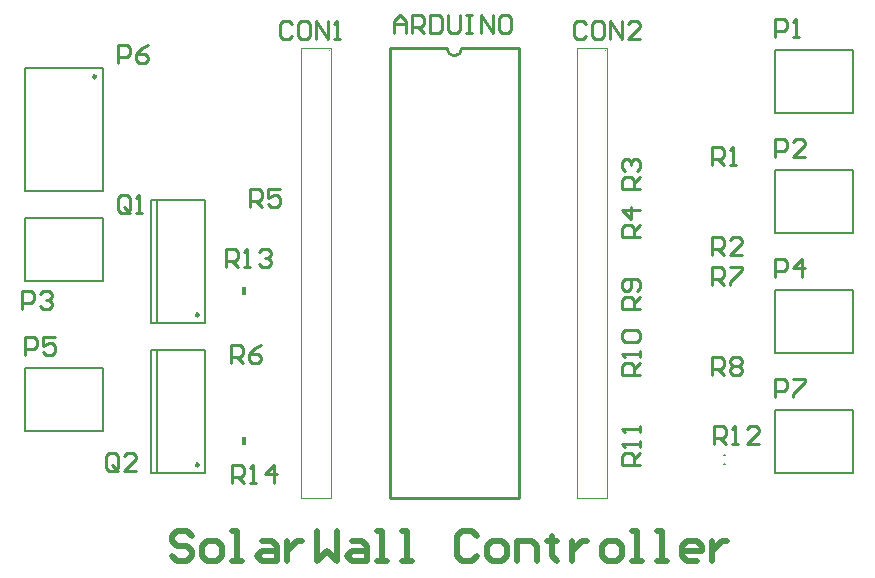
<source format=gto>
G04 Layer_Color=15132400*
%FSLAX25Y25*%
%MOIN*%
G70*
G01*
G75*
%ADD16C,0.02000*%
%ADD28C,0.00984*%
%ADD29C,0.00394*%
%ADD30C,0.01000*%
%ADD31C,0.00787*%
%ADD32R,0.01800X0.03000*%
D16*
X212665Y218331D02*
X210998Y219997D01*
X207666D01*
X206000Y218331D01*
Y216665D01*
X207666Y214998D01*
X210998D01*
X212665Y213332D01*
Y211666D01*
X210998Y210000D01*
X207666D01*
X206000Y211666D01*
X217663Y210000D02*
X220995D01*
X222661Y211666D01*
Y214998D01*
X220995Y216665D01*
X217663D01*
X215997Y214998D01*
Y211666D01*
X217663Y210000D01*
X225993D02*
X229326D01*
X227660D01*
Y219997D01*
X225993D01*
X235990Y216665D02*
X239323D01*
X240989Y214998D01*
Y210000D01*
X235990D01*
X234324Y211666D01*
X235990Y213332D01*
X240989D01*
X244321Y216665D02*
Y210000D01*
Y213332D01*
X245987Y214998D01*
X247653Y216665D01*
X249319D01*
X254318Y219997D02*
Y210000D01*
X257650Y213332D01*
X260982Y210000D01*
Y219997D01*
X265981Y216665D02*
X269313D01*
X270979Y214998D01*
Y210000D01*
X265981D01*
X264315Y211666D01*
X265981Y213332D01*
X270979D01*
X274311Y210000D02*
X277643D01*
X275977D01*
Y219997D01*
X274311D01*
X282642Y210000D02*
X285974D01*
X284308D01*
Y219997D01*
X282642D01*
X307634Y218331D02*
X305968Y219997D01*
X302635D01*
X300969Y218331D01*
Y211666D01*
X302635Y210000D01*
X305968D01*
X307634Y211666D01*
X312632Y210000D02*
X315965D01*
X317631Y211666D01*
Y214998D01*
X315965Y216665D01*
X312632D01*
X310966Y214998D01*
Y211666D01*
X312632Y210000D01*
X320963D02*
Y216665D01*
X325961D01*
X327627Y214998D01*
Y210000D01*
X332626Y218331D02*
Y216665D01*
X330960D01*
X334292D01*
X332626D01*
Y211666D01*
X334292Y210000D01*
X339290Y216665D02*
Y210000D01*
Y213332D01*
X340956Y214998D01*
X342622Y216665D01*
X344289D01*
X350953Y210000D02*
X354285D01*
X355951Y211666D01*
Y214998D01*
X354285Y216665D01*
X350953D01*
X349287Y214998D01*
Y211666D01*
X350953Y210000D01*
X359284D02*
X362616D01*
X360950D01*
Y219997D01*
X359284D01*
X367614Y210000D02*
X370947D01*
X369281D01*
Y219997D01*
X367614D01*
X380943Y210000D02*
X377611D01*
X375945Y211666D01*
Y214998D01*
X377611Y216665D01*
X380943D01*
X382610Y214998D01*
Y213332D01*
X375945D01*
X385942Y216665D02*
Y210000D01*
Y213332D01*
X387608Y214998D01*
X389274Y216665D01*
X390940D01*
D28*
X180492Y371500D02*
G03*
X180492Y371500I-492J0D01*
G01*
X214823Y292087D02*
G03*
X214823Y292087I-492J0D01*
G01*
Y242087D02*
G03*
X214823Y242087I-492J0D01*
G01*
D29*
X258497Y380300D02*
G03*
X258497Y380300I-197J0D01*
G01*
X350497D02*
G03*
X350497Y380300I-197J0D01*
G01*
X249000Y381000D02*
X259000D01*
Y231000D02*
Y381000D01*
X249000Y231000D02*
X259000D01*
X249000D02*
Y381000D01*
X341000D02*
X351000D01*
Y231000D02*
Y381000D01*
X341000Y231000D02*
X351000D01*
X341000D02*
Y381000D01*
D30*
X297500D02*
G03*
X302500Y381000I2500J0D01*
G01*
X278500Y231000D02*
Y381000D01*
Y231000D02*
X321500D01*
Y381000D01*
X302500D02*
X321500D01*
X278500D02*
X297500D01*
X156000Y294000D02*
Y299998D01*
X158999D01*
X159999Y298998D01*
Y296999D01*
X158999Y295999D01*
X156000D01*
X161998Y298998D02*
X162998Y299998D01*
X164997D01*
X165997Y298998D01*
Y297999D01*
X164997Y296999D01*
X163997D01*
X164997D01*
X165997Y295999D01*
Y295000D01*
X164997Y294000D01*
X162998D01*
X161998Y295000D01*
X188000Y376000D02*
Y381998D01*
X190999D01*
X191999Y380998D01*
Y378999D01*
X190999Y377999D01*
X188000D01*
X197997Y381998D02*
X195997Y380998D01*
X193998Y378999D01*
Y377000D01*
X194998Y376000D01*
X196997D01*
X197997Y377000D01*
Y377999D01*
X196997Y378999D01*
X193998D01*
X386000Y302000D02*
Y307998D01*
X388999D01*
X389999Y306998D01*
Y304999D01*
X388999Y303999D01*
X386000D01*
X387999D02*
X389999Y302000D01*
X391998Y307998D02*
X395997D01*
Y306998D01*
X391998Y303000D01*
Y302000D01*
X362000Y242000D02*
X356002D01*
Y244999D01*
X357002Y245999D01*
X359001D01*
X360001Y244999D01*
Y242000D01*
Y243999D02*
X362000Y245999D01*
Y247998D02*
Y249997D01*
Y248998D01*
X356002D01*
X357002Y247998D01*
X362000Y252996D02*
Y254996D01*
Y253996D01*
X356002D01*
X357002Y252996D01*
X191999Y327000D02*
Y330998D01*
X190999Y331998D01*
X189000D01*
X188000Y330998D01*
Y327000D01*
X189000Y326000D01*
X190999D01*
X189999Y327999D02*
X191999Y326000D01*
X190999D02*
X191999Y327000D01*
X193998Y326000D02*
X195997D01*
X194998D01*
Y331998D01*
X193998Y330998D01*
X226000Y236000D02*
Y241998D01*
X228999D01*
X229999Y240998D01*
Y238999D01*
X228999Y237999D01*
X226000D01*
X227999D02*
X229999Y236000D01*
X231998D02*
X233997D01*
X232998D01*
Y241998D01*
X231998Y240998D01*
X239996Y236000D02*
Y241998D01*
X236996Y238999D01*
X240995D01*
X224000Y308000D02*
Y313998D01*
X226999D01*
X227999Y312998D01*
Y310999D01*
X226999Y309999D01*
X224000D01*
X225999D02*
X227999Y308000D01*
X229998D02*
X231997D01*
X230998D01*
Y313998D01*
X229998Y312998D01*
X234996D02*
X235996Y313998D01*
X237996D01*
X238995Y312998D01*
Y311999D01*
X237996Y310999D01*
X236996D01*
X237996D01*
X238995Y309999D01*
Y309000D01*
X237996Y308000D01*
X235996D01*
X234996Y309000D01*
X232000Y328000D02*
Y333998D01*
X234999D01*
X235999Y332998D01*
Y330999D01*
X234999Y329999D01*
X232000D01*
X233999D02*
X235999Y328000D01*
X241997Y333998D02*
X237998D01*
Y330999D01*
X239997Y331999D01*
X240997D01*
X241997Y330999D01*
Y329000D01*
X240997Y328000D01*
X238998D01*
X237998Y329000D01*
X343999Y388998D02*
X342999Y389998D01*
X341000D01*
X340000Y388998D01*
Y385000D01*
X341000Y384000D01*
X342999D01*
X343999Y385000D01*
X348997Y389998D02*
X346998D01*
X345998Y388998D01*
Y385000D01*
X346998Y384000D01*
X348997D01*
X349997Y385000D01*
Y388998D01*
X348997Y389998D01*
X351996Y384000D02*
Y389998D01*
X355995Y384000D01*
Y389998D01*
X361993Y384000D02*
X357994D01*
X361993Y387999D01*
Y388998D01*
X360993Y389998D01*
X358994D01*
X357994Y388998D01*
X245999D02*
X244999Y389998D01*
X243000D01*
X242000Y388998D01*
Y385000D01*
X243000Y384000D01*
X244999D01*
X245999Y385000D01*
X250997Y389998D02*
X248998D01*
X247998Y388998D01*
Y385000D01*
X248998Y384000D01*
X250997D01*
X251997Y385000D01*
Y388998D01*
X250997Y389998D01*
X253996Y384000D02*
Y389998D01*
X257995Y384000D01*
Y389998D01*
X259994Y384000D02*
X261994D01*
X260994D01*
Y389998D01*
X259994Y388998D01*
X280000Y386000D02*
Y389999D01*
X281999Y391998D01*
X283999Y389999D01*
Y386000D01*
Y388999D01*
X280000D01*
X285998Y386000D02*
Y391998D01*
X288997D01*
X289997Y390998D01*
Y388999D01*
X288997Y387999D01*
X285998D01*
X287997D02*
X289997Y386000D01*
X291996Y391998D02*
Y386000D01*
X294995D01*
X295995Y387000D01*
Y390998D01*
X294995Y391998D01*
X291996D01*
X297994D02*
Y387000D01*
X298994Y386000D01*
X300993D01*
X301993Y387000D01*
Y391998D01*
X303992D02*
X305992D01*
X304992D01*
Y386000D01*
X303992D01*
X305992D01*
X308991D02*
Y391998D01*
X312989Y386000D01*
Y391998D01*
X317988D02*
X315988D01*
X314989Y390998D01*
Y387000D01*
X315988Y386000D01*
X317988D01*
X318987Y387000D01*
Y390998D01*
X317988Y391998D01*
X406900Y384600D02*
Y390598D01*
X409899D01*
X410899Y389598D01*
Y387599D01*
X409899Y386599D01*
X406900D01*
X412898Y384600D02*
X414897D01*
X413898D01*
Y390598D01*
X412898Y389598D01*
X406900Y344600D02*
Y350598D01*
X409899D01*
X410899Y349598D01*
Y347599D01*
X409899Y346599D01*
X406900D01*
X416897Y344600D02*
X412898D01*
X416897Y348599D01*
Y349598D01*
X415897Y350598D01*
X413898D01*
X412898Y349598D01*
X406900Y304600D02*
Y310598D01*
X409899D01*
X410899Y309598D01*
Y307599D01*
X409899Y306599D01*
X406900D01*
X415897Y304600D02*
Y310598D01*
X412898Y307599D01*
X416897D01*
X156900Y278600D02*
Y284598D01*
X159899D01*
X160899Y283598D01*
Y281599D01*
X159899Y280599D01*
X156900D01*
X166897Y284598D02*
X162898D01*
Y281599D01*
X164897Y282599D01*
X165897D01*
X166897Y281599D01*
Y279600D01*
X165897Y278600D01*
X163898D01*
X162898Y279600D01*
X406900Y264600D02*
Y270598D01*
X409899D01*
X410899Y269598D01*
Y267599D01*
X409899Y266599D01*
X406900D01*
X412898Y270598D02*
X416897D01*
Y269598D01*
X412898Y265600D01*
Y264600D01*
X187999Y241000D02*
Y244998D01*
X186999Y245998D01*
X185000D01*
X184000Y244998D01*
Y241000D01*
X185000Y240000D01*
X186999D01*
X185999Y241999D02*
X187999Y240000D01*
X186999D02*
X187999Y241000D01*
X193997Y240000D02*
X189998D01*
X193997Y243999D01*
Y244998D01*
X192997Y245998D01*
X190998D01*
X189998Y244998D01*
X386000Y312000D02*
Y317998D01*
X388999D01*
X389999Y316998D01*
Y314999D01*
X388999Y313999D01*
X386000D01*
X387999D02*
X389999Y312000D01*
X395997D02*
X391998D01*
X395997Y315999D01*
Y316998D01*
X394997Y317998D01*
X392998D01*
X391998Y316998D01*
X362000Y334000D02*
X356002D01*
Y336999D01*
X357002Y337999D01*
X359001D01*
X360001Y336999D01*
Y334000D01*
Y335999D02*
X362000Y337999D01*
X357002Y339998D02*
X356002Y340998D01*
Y342997D01*
X357002Y343997D01*
X358001D01*
X359001Y342997D01*
Y341997D01*
Y342997D01*
X360001Y343997D01*
X361000D01*
X362000Y342997D01*
Y340998D01*
X361000Y339998D01*
X362000Y318000D02*
X356002D01*
Y320999D01*
X357002Y321999D01*
X359001D01*
X360001Y320999D01*
Y318000D01*
Y319999D02*
X362000Y321999D01*
Y326997D02*
X356002D01*
X359001Y323998D01*
Y327997D01*
X225550Y276050D02*
Y282048D01*
X228549D01*
X229549Y281048D01*
Y279049D01*
X228549Y278049D01*
X225550D01*
X227549D02*
X229549Y276050D01*
X235547Y282048D02*
X233547Y281048D01*
X231548Y279049D01*
Y277050D01*
X232548Y276050D01*
X234547D01*
X235547Y277050D01*
Y278049D01*
X234547Y279049D01*
X231548D01*
X386000Y272000D02*
Y277998D01*
X388999D01*
X389999Y276998D01*
Y274999D01*
X388999Y273999D01*
X386000D01*
X387999D02*
X389999Y272000D01*
X391998Y276998D02*
X392998Y277998D01*
X394997D01*
X395997Y276998D01*
Y275999D01*
X394997Y274999D01*
X395997Y273999D01*
Y273000D01*
X394997Y272000D01*
X392998D01*
X391998Y273000D01*
Y273999D01*
X392998Y274999D01*
X391998Y275999D01*
Y276998D01*
X392998Y274999D02*
X394997D01*
X362000Y294000D02*
X356002D01*
Y296999D01*
X357002Y297999D01*
X359001D01*
X360001Y296999D01*
Y294000D01*
Y295999D02*
X362000Y297999D01*
X361000Y299998D02*
X362000Y300998D01*
Y302997D01*
X361000Y303997D01*
X357002D01*
X356002Y302997D01*
Y300998D01*
X357002Y299998D01*
X358001D01*
X359001Y300998D01*
Y303997D01*
X362000Y272000D02*
X356002D01*
Y274999D01*
X357002Y275999D01*
X359001D01*
X360001Y274999D01*
Y272000D01*
Y273999D02*
X362000Y275999D01*
Y277998D02*
Y279997D01*
Y278998D01*
X356002D01*
X357002Y277998D01*
Y282996D02*
X356002Y283996D01*
Y285996D01*
X357002Y286995D01*
X361000D01*
X362000Y285996D01*
Y283996D01*
X361000Y282996D01*
X357002D01*
X386000Y342000D02*
Y347998D01*
X388999D01*
X389999Y346998D01*
Y344999D01*
X388999Y343999D01*
X386000D01*
X387999D02*
X389999Y342000D01*
X391998D02*
X393997D01*
X392998D01*
Y347998D01*
X391998Y346998D01*
X386400Y249000D02*
Y254998D01*
X389399D01*
X390399Y253998D01*
Y251999D01*
X389399Y250999D01*
X386400D01*
X388399D02*
X390399Y249000D01*
X392398D02*
X394397D01*
X393398D01*
Y254998D01*
X392398Y253998D01*
X401395Y249000D02*
X397396D01*
X401395Y252999D01*
Y253998D01*
X400395Y254998D01*
X398396D01*
X397396Y253998D01*
D31*
X183000Y303500D02*
Y324500D01*
X157000Y303500D02*
Y324500D01*
Y303500D02*
X183000D01*
X157000Y324500D02*
X183000D01*
Y333500D02*
Y374500D01*
X157000Y333500D02*
Y374500D01*
Y333500D02*
X183000D01*
X157000Y374500D02*
X183000D01*
X198779Y289528D02*
Y330472D01*
X216890D01*
Y289528D02*
Y330472D01*
X198779Y289528D02*
X216890D01*
X200748Y289528D02*
Y330472D01*
X407000Y239500D02*
Y260500D01*
X433000Y239500D02*
Y260500D01*
X407000D02*
X433000D01*
X407000Y239500D02*
X433000D01*
X183000Y253500D02*
Y274500D01*
X157000Y253500D02*
Y274500D01*
Y253500D02*
X183000D01*
X157000Y274500D02*
X183000D01*
X407000Y279500D02*
Y300500D01*
X433000Y279500D02*
Y300500D01*
X407000D02*
X433000D01*
X407000Y279500D02*
X433000D01*
X407000Y319500D02*
Y340500D01*
X433000Y319500D02*
Y340500D01*
X407000D02*
X433000D01*
X407000Y319500D02*
X433000D01*
X407000Y359500D02*
Y380500D01*
X433000Y359500D02*
Y380500D01*
X407000D02*
X433000D01*
X407000Y359500D02*
X433000D01*
X389803Y242425D02*
X390197D01*
X389803Y245575D02*
X390197D01*
X198779Y239528D02*
Y280472D01*
X216890D01*
Y239528D02*
Y280472D01*
X198779Y239528D02*
X216890D01*
X200748Y239528D02*
Y280472D01*
D32*
X230000Y250000D02*
D03*
Y300000D02*
D03*
M02*

</source>
